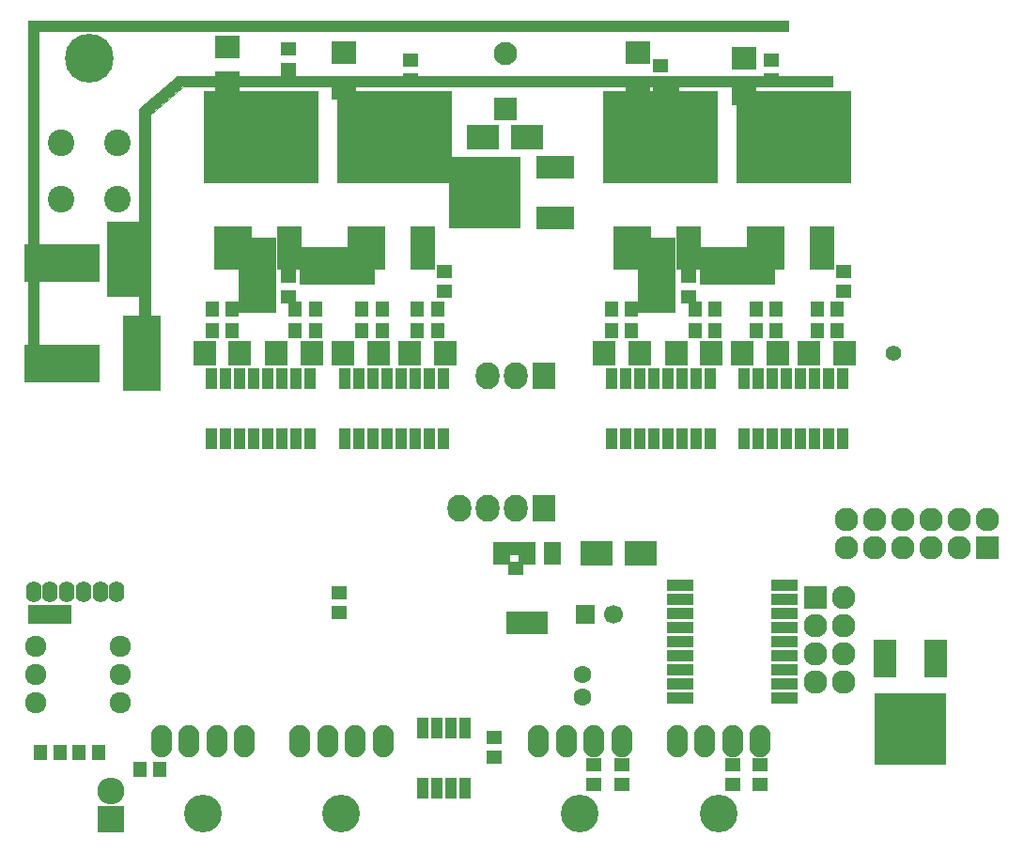
<source format=gbr>
G04 #@! TF.FileFunction,Soldermask,Bot*
%FSLAX46Y46*%
G04 Gerber Fmt 4.6, Leading zero omitted, Abs format (unit mm)*
G04 Created by KiCad (PCBNEW 4.0.5) date 02/04/17 17:13:21*
%MOMM*%
%LPD*%
G01*
G04 APERTURE LIST*
%ADD10C,0.100000*%
%ADD11R,2.200000X3.900000*%
%ADD12R,3.400000X3.900000*%
%ADD13R,10.400000X8.400000*%
%ADD14R,3.400000X6.900000*%
%ADD15R,6.851600X3.400000*%
%ADD16C,2.100000*%
%ADD17R,2.100000X2.100000*%
%ADD18R,1.000000X1.950000*%
%ADD19R,1.000000X1.900000*%
%ADD20R,3.448000X2.051000*%
%ADD21R,6.496000X6.496000*%
%ADD22C,1.700000*%
%ADD23R,1.700000X1.700000*%
%ADD24R,2.000000X2.200000*%
%ADD25R,2.432000X2.432000*%
%ADD26O,2.432000X2.432000*%
%ADD27R,1.200000X1.400000*%
%ADD28R,1.400000X1.200000*%
%ADD29R,2.899360X2.200860*%
%ADD30R,1.365200X1.670000*%
%ADD31C,1.600000*%
%ADD32R,2.127200X2.432000*%
%ADD33O,2.127200X2.432000*%
%ADD34R,2.127200X2.127200*%
%ADD35O,2.127200X2.127200*%
%ADD36O,1.400000X1.924000*%
%ADD37C,1.924000*%
%ADD38O,1.900000X2.900000*%
%ADD39C,3.400000*%
%ADD40C,2.400000*%
%ADD41C,4.400000*%
%ADD42R,2.200000X2.000000*%
%ADD43R,1.600000X2.100000*%
%ADD44R,3.700000X2.100000*%
%ADD45R,2.051000X3.448000*%
%ADD46C,1.400000*%
%ADD47R,2.400000X1.000000*%
%ADD48C,0.026000*%
G04 APERTURE END LIST*
D10*
D11*
X36540000Y-21500000D03*
D12*
X31460000Y-21500000D03*
D13*
X34000000Y-11500000D03*
D14*
X21700000Y-24000000D03*
D15*
X28900000Y-23100000D03*
D16*
X44000000Y-4000000D03*
D17*
X44000000Y-9000000D03*
D18*
X36595000Y-64800000D03*
X37865000Y-64800000D03*
X39135000Y-64800000D03*
X40405000Y-64800000D03*
X40405000Y-70200000D03*
X39135000Y-70200000D03*
X37865000Y-70200000D03*
X36595000Y-70200000D03*
D19*
X38445000Y-38700000D03*
X37175000Y-38700000D03*
X35905000Y-38700000D03*
X34635000Y-38700000D03*
X33365000Y-38700000D03*
X32095000Y-38700000D03*
X30825000Y-38700000D03*
X29555000Y-38700000D03*
X29555000Y-33300000D03*
X30825000Y-33300000D03*
X32095000Y-33300000D03*
X33365000Y-33300000D03*
X34635000Y-33300000D03*
X35905000Y-33300000D03*
X37175000Y-33300000D03*
X38445000Y-33300000D03*
D20*
X48500000Y-14214000D03*
D21*
X42150000Y-16500000D03*
D20*
X48500000Y-18786000D03*
D22*
X53750000Y-54500000D03*
D23*
X51250000Y-54500000D03*
D24*
X38600000Y-31000000D03*
X35400000Y-31000000D03*
X32600000Y-31000000D03*
X29400000Y-31000000D03*
X26600000Y-31000000D03*
X23400000Y-31000000D03*
X20100000Y-31000000D03*
X16900000Y-31000000D03*
X74600000Y-31000000D03*
X71400000Y-31000000D03*
X68600000Y-31000000D03*
X65400000Y-31000000D03*
X62600000Y-31000000D03*
X59400000Y-31000000D03*
X56100000Y-31000000D03*
X52900000Y-31000000D03*
D25*
X8500000Y-73000000D03*
D26*
X8500000Y-70460000D03*
D19*
X26445000Y-38700000D03*
X25175000Y-38700000D03*
X23905000Y-38700000D03*
X22635000Y-38700000D03*
X21365000Y-38700000D03*
X20095000Y-38700000D03*
X18825000Y-38700000D03*
X17555000Y-38700000D03*
X17555000Y-33300000D03*
X18825000Y-33300000D03*
X20095000Y-33300000D03*
X21365000Y-33300000D03*
X22635000Y-33300000D03*
X23905000Y-33300000D03*
X25175000Y-33300000D03*
X26445000Y-33300000D03*
X74445000Y-38700000D03*
X73175000Y-38700000D03*
X71905000Y-38700000D03*
X70635000Y-38700000D03*
X69365000Y-38700000D03*
X68095000Y-38700000D03*
X66825000Y-38700000D03*
X65555000Y-38700000D03*
X65555000Y-33300000D03*
X66825000Y-33300000D03*
X68095000Y-33300000D03*
X69365000Y-33300000D03*
X70635000Y-33300000D03*
X71905000Y-33300000D03*
X73175000Y-33300000D03*
X74445000Y-33300000D03*
X62445000Y-38700000D03*
X61175000Y-38700000D03*
X59905000Y-38700000D03*
X58635000Y-38700000D03*
X57365000Y-38700000D03*
X56095000Y-38700000D03*
X54825000Y-38700000D03*
X53555000Y-38700000D03*
X53555000Y-33300000D03*
X54825000Y-33300000D03*
X56095000Y-33300000D03*
X57365000Y-33300000D03*
X58635000Y-33300000D03*
X59905000Y-33300000D03*
X61175000Y-33300000D03*
X62445000Y-33300000D03*
D27*
X5600000Y-67000000D03*
X7400000Y-67000000D03*
X2100000Y-67000000D03*
X3900000Y-67000000D03*
D28*
X29000000Y-54400000D03*
X29000000Y-52600000D03*
D27*
X37900000Y-29000000D03*
X36100000Y-29000000D03*
X32900000Y-29000000D03*
X31100000Y-29000000D03*
X26900000Y-29000000D03*
X25100000Y-29000000D03*
X19400000Y-29000000D03*
X17600000Y-29000000D03*
X73900000Y-27000000D03*
X72100000Y-27000000D03*
X68400000Y-29000000D03*
X66600000Y-29000000D03*
X62900000Y-29000000D03*
X61100000Y-29000000D03*
X55400000Y-29000000D03*
X53600000Y-29000000D03*
X12900000Y-68500000D03*
X11100000Y-68500000D03*
D28*
X38500000Y-25400000D03*
X38500000Y-23600000D03*
X24500000Y-25900000D03*
X24500000Y-24100000D03*
X74500000Y-25400000D03*
X74500000Y-23600000D03*
X60500000Y-25900000D03*
X60500000Y-24100000D03*
X59000000Y-8900000D03*
X59000000Y-7100000D03*
X43000000Y-67400000D03*
X43000000Y-65600000D03*
D29*
X56248980Y-49000000D03*
X52251020Y-49000000D03*
D30*
X1730000Y-54500000D03*
X3000000Y-54500000D03*
X4270000Y-54500000D03*
D28*
X52000000Y-69900000D03*
X52000000Y-68100000D03*
X54500000Y-69900000D03*
X54500000Y-68100000D03*
X64500000Y-69900000D03*
X64500000Y-68100000D03*
X67000000Y-69900000D03*
X67000000Y-68100000D03*
D29*
X42001020Y-11500000D03*
X45998980Y-11500000D03*
D31*
X51000000Y-60000000D03*
X51000000Y-62000000D03*
D28*
X45000000Y-50400000D03*
X45000000Y-48600000D03*
D32*
X47500000Y-45000000D03*
D33*
X44960000Y-45000000D03*
X42420000Y-45000000D03*
X39880000Y-45000000D03*
D34*
X87500000Y-48500000D03*
D35*
X87500000Y-45960000D03*
X84960000Y-48500000D03*
X84960000Y-45960000D03*
X82420000Y-48500000D03*
X82420000Y-45960000D03*
X79880000Y-48500000D03*
X79880000Y-45960000D03*
X77340000Y-48500000D03*
X77340000Y-45960000D03*
X74800000Y-48500000D03*
X74800000Y-45960000D03*
D32*
X47500000Y-33000000D03*
D33*
X44960000Y-33000000D03*
X42420000Y-33000000D03*
D36*
X1500000Y-52500000D03*
X3000000Y-52500000D03*
X4500000Y-52500000D03*
X6000000Y-52500000D03*
X7500000Y-52500000D03*
X9000000Y-52500000D03*
D37*
X9310000Y-62540000D03*
X9310000Y-60000000D03*
X9310000Y-57460000D03*
X1690000Y-57460000D03*
X1690000Y-60000000D03*
X1690000Y-62540000D03*
D38*
X47000000Y-66000000D03*
X49500000Y-66000000D03*
X52000000Y-66000000D03*
X54500000Y-66000000D03*
D39*
X50750000Y-72500000D03*
D40*
X9040000Y-12000000D03*
X9040000Y-17080000D03*
X3960000Y-12000000D03*
X3960000Y-17080000D03*
D41*
X6500000Y-4380000D03*
D38*
X59500000Y-66000000D03*
X62000000Y-66000000D03*
X64500000Y-66000000D03*
X67000000Y-66000000D03*
D39*
X63250000Y-72500000D03*
D38*
X13000000Y-66000000D03*
X15500000Y-66000000D03*
X18000000Y-66000000D03*
X20500000Y-66000000D03*
D39*
X16750000Y-72500000D03*
D38*
X25500000Y-66000000D03*
X28000000Y-66000000D03*
X30500000Y-66000000D03*
X33000000Y-66000000D03*
D39*
X29250000Y-72500000D03*
D42*
X19000000Y-6600000D03*
X19000000Y-3400000D03*
X29500000Y-7100000D03*
X29500000Y-3900000D03*
X65500000Y-7600000D03*
X65500000Y-4400000D03*
X56000000Y-7100000D03*
X56000000Y-3900000D03*
D14*
X57700000Y-24000000D03*
D15*
X64900000Y-23100000D03*
D14*
X9800000Y-22500000D03*
D15*
X4100000Y-22900000D03*
D14*
X11300000Y-31000000D03*
D15*
X4100000Y-31900000D03*
D43*
X43700000Y-49000000D03*
X46000000Y-49000000D03*
X48300000Y-49000000D03*
D44*
X46000000Y-55300000D03*
D45*
X78214000Y-58500000D03*
D21*
X80500000Y-64850000D03*
D45*
X82786000Y-58500000D03*
D46*
X79000000Y-31000000D03*
D28*
X35500000Y-6400000D03*
X35500000Y-4600000D03*
X68000000Y-6400000D03*
X68000000Y-4600000D03*
X24500000Y-5400000D03*
X24500000Y-3600000D03*
X58000000Y-6900000D03*
X58000000Y-5100000D03*
D27*
X73900000Y-29000000D03*
X72100000Y-29000000D03*
X68400000Y-27000000D03*
X66600000Y-27000000D03*
X62900000Y-27000000D03*
X61100000Y-27000000D03*
X55400000Y-27000000D03*
X53600000Y-27000000D03*
X37900000Y-27000000D03*
X36100000Y-27000000D03*
X32900000Y-27000000D03*
X31100000Y-27000000D03*
X26900000Y-27000000D03*
X25100000Y-27000000D03*
X19400000Y-27000000D03*
X17600000Y-27000000D03*
D11*
X24540000Y-21500000D03*
D12*
X19460000Y-21500000D03*
D13*
X22000000Y-11500000D03*
D11*
X60540000Y-21500000D03*
D12*
X55460000Y-21500000D03*
D13*
X58000000Y-11500000D03*
D11*
X72540000Y-21500000D03*
D12*
X67460000Y-21500000D03*
D13*
X70000000Y-11500000D03*
D34*
X72000000Y-53000000D03*
D35*
X74540000Y-53000000D03*
X72000000Y-55540000D03*
X74540000Y-55540000D03*
X72000000Y-58080000D03*
X74540000Y-58080000D03*
X72000000Y-60620000D03*
X74540000Y-60620000D03*
D47*
X59800000Y-62080000D03*
X59800000Y-60810000D03*
X59800000Y-59540000D03*
X59800000Y-58270000D03*
X59800000Y-57000000D03*
X59800000Y-55730000D03*
X59800000Y-54460000D03*
X59800000Y-53190000D03*
X59800000Y-51920000D03*
X69200000Y-51920000D03*
X69200000Y-53190000D03*
X69200000Y-54460000D03*
X69200000Y-55730000D03*
X69200000Y-57000000D03*
X69200000Y-58270000D03*
X69200000Y-59540000D03*
X69200000Y-60810000D03*
X69200000Y-62080000D03*
D48*
G36*
X73487000Y-6987000D02*
X15000000Y-6987000D01*
X14994942Y-6988024D01*
X14991678Y-6990013D01*
X11991678Y-9490013D01*
X11988448Y-9494038D01*
X11987000Y-9500000D01*
X11987000Y-27987000D01*
X11013000Y-27987000D01*
X11013000Y-9005979D01*
X14504808Y-6013000D01*
X73487000Y-6013000D01*
X73487000Y-6987000D01*
X73487000Y-6987000D01*
G37*
X73487000Y-6987000D02*
X15000000Y-6987000D01*
X14994942Y-6988024D01*
X14991678Y-6990013D01*
X11991678Y-9490013D01*
X11988448Y-9494038D01*
X11987000Y-9500000D01*
X11987000Y-27987000D01*
X11013000Y-27987000D01*
X11013000Y-9005979D01*
X14504808Y-6013000D01*
X73487000Y-6013000D01*
X73487000Y-6987000D01*
G36*
X69487000Y-1987000D02*
X2000000Y-1987000D01*
X1994942Y-1988024D01*
X1990681Y-1990935D01*
X1987889Y-1995275D01*
X1987000Y-2000000D01*
X1987000Y-33487000D01*
X1013000Y-33487000D01*
X1013000Y-1013000D01*
X69487000Y-1013000D01*
X69487000Y-1987000D01*
X69487000Y-1987000D01*
G37*
X69487000Y-1987000D02*
X2000000Y-1987000D01*
X1994942Y-1988024D01*
X1990681Y-1990935D01*
X1987889Y-1995275D01*
X1987000Y-2000000D01*
X1987000Y-33487000D01*
X1013000Y-33487000D01*
X1013000Y-1013000D01*
X69487000Y-1013000D01*
X69487000Y-1987000D01*
M02*

</source>
